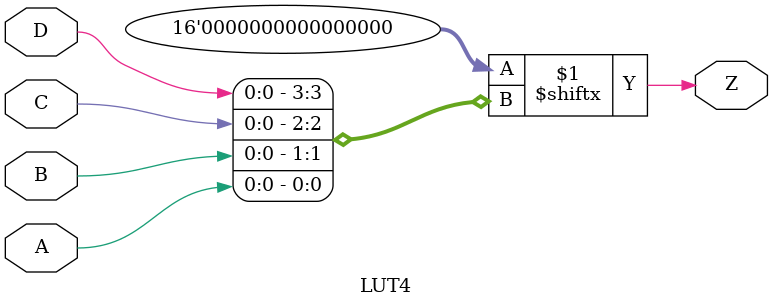
<source format=v>
`default_nettype none
module LUT4(input A, B, C, D, output Z);
	parameter [15:0] INIT = 16'h0000;
	assign Z = INIT[{D, C, B, A}];
endmodule

</source>
